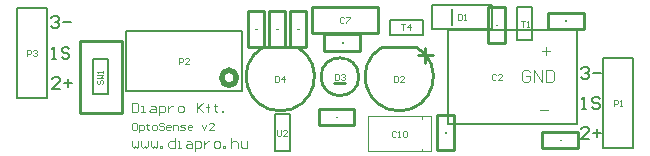
<source format=gto>
%FSTAX24Y24*%
%MOIN*%
G70*
G01*
G75*
G04 Layer_Color=65535*
%ADD10R,0.0374X0.0315*%
%ADD11R,0.0807X0.0886*%
%ADD12R,0.0492X0.0630*%
%ADD13R,0.0315X0.0374*%
%ADD14R,0.0472X0.0256*%
%ADD15R,0.0256X0.0472*%
%ADD16R,0.0630X0.0630*%
%ADD17O,0.0472X0.0217*%
%ADD18R,0.0472X0.0217*%
%ADD19C,0.0100*%
%ADD20C,0.0591*%
%ADD21R,0.0591X0.0591*%
%ADD22C,0.0472*%
%ADD23C,0.0551*%
%ADD24C,0.1575*%
%ADD25C,0.0709*%
%ADD26C,0.0320*%
%ADD27R,0.0630X0.0492*%
%ADD28O,0.0236X0.1204*%
%ADD29O,0.0236X0.1200*%
%ADD30R,0.0236X0.1200*%
%ADD31C,0.0197*%
%ADD32C,0.0079*%
%ADD33C,0.0080*%
%ADD34C,0.0039*%
%ADD35C,0.0004*%
D19*
X241659Y144943D02*
G03*
X242799Y144943I00057J-000987D01*
G01*
X24088Y143956D02*
G03*
X24088Y143956I-00063J0D01*
G01*
X237693Y144943D02*
G03*
X238833Y144943I00057J-000987D01*
G01*
X24519Y145089D02*
Y146271D01*
X245741D01*
Y145089D02*
Y146271D01*
X24519Y145089D02*
X245741D01*
X24285Y144676D02*
X24335D01*
X2431Y144426D02*
Y144926D01*
X241659Y144943D02*
X242799D01*
X240053Y143759D02*
X240427D01*
X237693Y144943D02*
X238833D01*
X247003Y142125D02*
X248184D01*
Y141574D02*
Y142125D01*
X247003Y141574D02*
X248184D01*
X247003D02*
Y142125D01*
X24719Y146092D02*
X248371D01*
Y145541D02*
Y146092D01*
X24719Y145541D02*
X248371D01*
X24719D02*
Y146092D01*
X239735Y14482D02*
X240917D01*
X239735D02*
Y145372D01*
X240917D01*
Y14482D02*
Y145372D01*
X243499Y141505D02*
Y142686D01*
X24405D01*
Y141505D02*
Y142686D01*
X243499Y141505D02*
X24405D01*
X239555Y142881D02*
X240737D01*
Y14233D02*
Y142881D01*
X239555Y14233D02*
X240737D01*
X239555D02*
Y142881D01*
X239316Y14628D02*
X24152D01*
Y145414D02*
Y14628D01*
X239316Y145414D02*
X24152D01*
X239316D02*
Y14628D01*
X232988Y142756D02*
Y145156D01*
X231588D02*
X232988D01*
X231588Y142756D02*
Y145156D01*
Y142756D02*
X232988D01*
X239126Y144959D02*
Y146141D01*
X238574Y144959D02*
X239126D01*
X238574D02*
Y146141D01*
X239126D01*
X237874Y144959D02*
X238426D01*
Y146141D01*
X237874D02*
X238426D01*
X237874Y144959D02*
Y146141D01*
X237726Y144959D02*
Y146141D01*
X237174Y144959D02*
X237726D01*
X237174D02*
Y146141D01*
X237726D01*
D31*
X236806Y14392D02*
G03*
X236806Y14392I-00025J0D01*
G01*
D32*
X249032Y141577D02*
X250032D01*
X249032D02*
Y144577D01*
X250032D01*
Y141577D02*
Y144577D01*
X230476Y143259D02*
Y146259D01*
X229476D02*
X230476D01*
X229476Y143259D02*
Y146259D01*
Y143259D02*
X230476D01*
X244Y145668D02*
Y14622D01*
X246156Y145175D02*
Y146277D01*
X246656Y145175D02*
Y146277D01*
X246156D02*
X246656D01*
X246156Y145175D02*
X246656D01*
X241904Y14586D02*
X243007D01*
X241904Y14536D02*
X243007D01*
Y14586D01*
X241904Y14536D02*
Y14586D01*
X238072Y141476D02*
Y142696D01*
X238572Y141476D02*
Y142696D01*
X238072D02*
X238572D01*
X238072Y141476D02*
X238572D01*
X230626Y145907D02*
X230691Y145973D01*
X230822D01*
X230888Y145907D01*
Y145841D01*
X230822Y145776D01*
X230757D01*
X230822D01*
X230888Y14571D01*
Y145645D01*
X230822Y145579D01*
X230691D01*
X230626Y145645D01*
X231019Y145776D02*
X231282D01*
X230646Y144549D02*
X230777D01*
X230711D01*
Y144943D01*
X230646Y144877D01*
X231236D02*
X23117Y144943D01*
X231039D01*
X230974Y144877D01*
Y144811D01*
X231039Y144746D01*
X23117D01*
X231236Y14468D01*
Y144615D01*
X23117Y144549D01*
X231039D01*
X230974Y144615D01*
X230918Y143549D02*
X230656D01*
X230918Y143811D01*
Y143877D01*
X230852Y143943D01*
X230721D01*
X230656Y143877D01*
X231049Y143746D02*
X231312D01*
X23118Y143877D02*
Y143615D01*
X248558Y141869D02*
X248296D01*
X248558Y142131D01*
Y142197D01*
X248492Y142263D01*
X248361D01*
X248296Y142197D01*
X248689Y142066D02*
X248952D01*
X24882Y142197D02*
Y141935D01*
X248316Y142889D02*
X248447D01*
X248381D01*
Y143283D01*
X248316Y143217D01*
X248906D02*
X24884Y143283D01*
X248709D01*
X248644Y143217D01*
Y143151D01*
X248709Y143086D01*
X24884D01*
X248906Y14302D01*
Y142955D01*
X24884Y142889D01*
X248709D01*
X248644Y142955D01*
X248296Y144207D02*
X248361Y144273D01*
X248492D01*
X248558Y144207D01*
Y144141D01*
X248492Y144076D01*
X248427D01*
X248492D01*
X248558Y14401D01*
Y143945D01*
X248492Y143879D01*
X248361D01*
X248296Y143945D01*
X248689Y144076D02*
X248952D01*
D33*
X24385Y145526D02*
X24815D01*
Y142376D02*
Y145526D01*
X24385Y142376D02*
X24815D01*
X24385D02*
Y145526D01*
X243305Y146344D02*
X245325D01*
Y145544D02*
Y146344D01*
X243305Y145544D02*
X245325D01*
X243305D02*
Y146344D01*
X233116Y14549D02*
X236976D01*
X233116Y14347D02*
Y14549D01*
Y14347D02*
X236976D01*
Y14549D01*
X232013Y143365D02*
Y143956D01*
Y143365D02*
X232524D01*
Y144546D01*
X232013D02*
X232524D01*
X232013Y143956D02*
Y144546D01*
D34*
X242999Y142556D02*
Y142647D01*
Y141466D02*
Y141556D01*
X241199Y142647D02*
X243299D01*
X241199Y141466D02*
X243299D01*
X241199D02*
Y142647D01*
X243299Y141466D02*
Y142647D01*
X249397Y142977D02*
Y143174D01*
X249496D01*
X249528Y143141D01*
Y143076D01*
X249496Y143043D01*
X249397D01*
X249594Y142977D02*
X24966D01*
X249627D01*
Y143174D01*
X249594Y143141D01*
X22981Y144657D02*
Y144854D01*
X229909D01*
X229942Y144821D01*
Y144755D01*
X229909Y144723D01*
X22981D01*
X230007Y144821D02*
X23004Y144854D01*
X230106D01*
X230138Y144821D01*
Y144788D01*
X230106Y144755D01*
X230073D01*
X230106D01*
X230138Y144723D01*
Y14469D01*
X230106Y144657D01*
X23004D01*
X230007Y14469D01*
X232202Y143831D02*
X232169Y143798D01*
Y143733D01*
X232202Y1437D01*
X232234D01*
X232267Y143733D01*
Y143798D01*
X2323Y143831D01*
X232333D01*
X232366Y143798D01*
Y143733D01*
X232333Y1437D01*
X232169Y143897D02*
X232366D01*
X2323Y143962D01*
X232366Y144028D01*
X232169D01*
X232366Y144094D02*
Y144159D01*
Y144126D01*
X232169D01*
X232202Y144094D01*
X23816Y142184D02*
Y14202D01*
X238192Y141987D01*
X238258D01*
X238291Y14202D01*
Y142184D01*
X238488Y141987D02*
X238356D01*
X238488Y142119D01*
Y142151D01*
X238455Y142184D01*
X238389D01*
X238356Y142151D01*
X242291Y145707D02*
X242422D01*
X242356D01*
Y145511D01*
X242586D02*
Y145707D01*
X242487Y145609D01*
X242619D01*
X246277Y145824D02*
X246409D01*
X246343D01*
Y145627D01*
X246474D02*
X24654D01*
X246507D01*
Y145824D01*
X246474Y145791D01*
X238103Y143987D02*
Y14379D01*
X238201D01*
X238234Y143823D01*
Y143954D01*
X238201Y143987D01*
X238103D01*
X238398Y14379D02*
Y143987D01*
X238299Y143888D01*
X238431D01*
X24009Y144057D02*
Y14386D01*
X240188D01*
X240221Y143893D01*
Y144024D01*
X240188Y144057D01*
X24009D01*
X240287Y144024D02*
X24032Y144057D01*
X240385D01*
X240418Y144024D01*
Y143991D01*
X240385Y143958D01*
X240352D01*
X240385D01*
X240418Y143926D01*
Y143893D01*
X240385Y14386D01*
X24032D01*
X240287Y143893D01*
X242069Y143987D02*
Y14379D01*
X242168D01*
X2422Y143823D01*
Y143954D01*
X242168Y143987D01*
X242069D01*
X242397Y14379D02*
X242266D01*
X242397Y143921D01*
Y143954D01*
X242364Y143987D01*
X242299D01*
X242266Y143954D01*
X24418Y146047D02*
Y14585D01*
X244278D01*
X244311Y145883D01*
Y146014D01*
X244278Y146047D01*
X24418D01*
X244377Y14585D02*
X244442D01*
X24441D01*
Y146047D01*
X244377Y146014D01*
X242131Y142124D02*
X242098Y142157D01*
X242033D01*
X242Y142124D01*
Y141993D01*
X242033Y14196D01*
X242098D01*
X242131Y141993D01*
X242197Y14196D02*
X242262D01*
X24223D01*
Y142157D01*
X242197Y142124D01*
X242361D02*
X242394Y142157D01*
X242459D01*
X242492Y142124D01*
Y141993D01*
X242459Y14196D01*
X242394D01*
X242361Y141993D01*
Y142124D01*
X240386Y145914D02*
X240353Y145947D01*
X240288D01*
X240255Y145914D01*
Y145783D01*
X240288Y14575D01*
X240353D01*
X240386Y145783D01*
X240452Y145947D02*
X240583D01*
Y145914D01*
X240452Y145783D01*
Y14575D01*
X245461Y144014D02*
X245428Y144047D01*
X245363D01*
X24533Y144014D01*
Y143883D01*
X245363Y14385D01*
X245428D01*
X245461Y143883D01*
X245658Y14385D02*
X245527D01*
X245658Y143981D01*
Y144014D01*
X245625Y144047D01*
X24556D01*
X245527Y144014D01*
X23488Y14438D02*
Y144577D01*
X234978D01*
X235011Y144544D01*
Y144478D01*
X234978Y144446D01*
X23488D01*
X235208Y14438D02*
X235077D01*
X235208Y144511D01*
Y144544D01*
X235175Y144577D01*
X23511D01*
X235077Y144544D01*
X233322Y14309D02*
Y142775D01*
X233479D01*
X233532Y142827D01*
Y143037D01*
X233479Y14309D01*
X233322D01*
X233637Y142775D02*
X233742D01*
X233689D01*
Y142985D01*
X233637D01*
X233952D02*
X234057D01*
X234109Y142932D01*
Y142775D01*
X233952D01*
X233899Y142827D01*
X233952Y14288D01*
X234109D01*
X234214Y14267D02*
Y142985D01*
X234372D01*
X234424Y142932D01*
Y142827D01*
X234372Y142775D01*
X234214D01*
X234529Y142985D02*
Y142775D01*
Y14288D01*
X234581Y142932D01*
X234634Y142985D01*
X234686D01*
X234896Y142775D02*
X235001D01*
X235054Y142827D01*
Y142932D01*
X235001Y142985D01*
X234896D01*
X234844Y142932D01*
Y142827D01*
X234896Y142775D01*
X235474Y14309D02*
Y142775D01*
Y14288D01*
X235683Y14309D01*
X235526Y142932D01*
X235683Y142775D01*
X235841D02*
Y143037D01*
Y142932D01*
X235788D01*
X235893D01*
X235841D01*
Y143037D01*
X235893Y14309D01*
X236103Y143037D02*
Y142985D01*
X236051D01*
X236156D01*
X236103D01*
Y142827D01*
X236156Y142775D01*
X236313D02*
Y142827D01*
X236366D01*
Y142775D01*
X236313D01*
X233322Y141804D02*
Y141646D01*
X233375Y141594D01*
X233427Y141646D01*
X233479Y141594D01*
X233532Y141646D01*
Y141804D01*
X233637D02*
Y141646D01*
X233689Y141594D01*
X233742Y141646D01*
X233794Y141594D01*
X233847Y141646D01*
Y141804D01*
X233952D02*
Y141646D01*
X234004Y141594D01*
X234057Y141646D01*
X234109Y141594D01*
X234162Y141646D01*
Y141804D01*
X234267Y141594D02*
Y141646D01*
X234319D01*
Y141594D01*
X234267D01*
X234739Y141909D02*
Y141594D01*
X234581D01*
X234529Y141646D01*
Y141751D01*
X234581Y141804D01*
X234739D01*
X234844Y141594D02*
X234949D01*
X234896D01*
Y141804D01*
X234844D01*
X235159D02*
X235264D01*
X235316Y141751D01*
Y141594D01*
X235159D01*
X235106Y141646D01*
X235159Y141699D01*
X235316D01*
X235421Y141489D02*
Y141804D01*
X235579D01*
X235631Y141751D01*
Y141646D01*
X235579Y141594D01*
X235421D01*
X235736Y141804D02*
Y141594D01*
Y141699D01*
X235788Y141751D01*
X235841Y141804D01*
X235893D01*
X236103Y141594D02*
X236208D01*
X236261Y141646D01*
Y141751D01*
X236208Y141804D01*
X236103D01*
X236051Y141751D01*
Y141646D01*
X236103Y141594D01*
X236366D02*
Y141646D01*
X236418D01*
Y141594D01*
X236366D01*
X236628Y141909D02*
Y141594D01*
Y141751D01*
X236681Y141804D01*
X236786D01*
X236838Y141751D01*
Y141594D01*
X236943Y141804D02*
Y141646D01*
X236995Y141594D01*
X237153D01*
Y141804D01*
X23344Y14242D02*
X233361D01*
X233322Y142381D01*
Y142224D01*
X233361Y142184D01*
X23344D01*
X233479Y142224D01*
Y142381D01*
X23344Y14242D01*
X233558Y142106D02*
Y142342D01*
X233676D01*
X233716Y142302D01*
Y142224D01*
X233676Y142184D01*
X233558D01*
X233834Y142381D02*
Y142342D01*
X233794D01*
X233873D01*
X233834D01*
Y142224D01*
X233873Y142184D01*
X23403D02*
X234109D01*
X234149Y142224D01*
Y142302D01*
X234109Y142342D01*
X23403D01*
X233991Y142302D01*
Y142224D01*
X23403Y142184D01*
X234385Y142381D02*
X234345Y14242D01*
X234267D01*
X234227Y142381D01*
Y142342D01*
X234267Y142302D01*
X234345D01*
X234385Y142263D01*
Y142224D01*
X234345Y142184D01*
X234267D01*
X234227Y142224D01*
X234581Y142184D02*
X234503D01*
X234463Y142224D01*
Y142302D01*
X234503Y142342D01*
X234581D01*
X234621Y142302D01*
Y142263D01*
X234463D01*
X2347Y142184D02*
Y142342D01*
X234818D01*
X234857Y142302D01*
Y142184D01*
X234936D02*
X235054D01*
X235093Y142224D01*
X235054Y142263D01*
X234975D01*
X234936Y142302D01*
X234975Y142342D01*
X235093D01*
X23529Y142184D02*
X235211D01*
X235172Y142224D01*
Y142302D01*
X235211Y142342D01*
X23529D01*
X235329Y142302D01*
Y142263D01*
X235172D01*
X235644Y142342D02*
X235723Y142184D01*
X235802Y142342D01*
X236038Y142184D02*
X23588D01*
X236038Y142342D01*
Y142381D01*
X235998Y14242D01*
X23592D01*
X23588Y142381D01*
X247116Y14496D02*
Y144693D01*
X247249Y144827D02*
X246983D01*
X246936Y14286D02*
X247203D01*
X246593Y144103D02*
X246526Y14417D01*
X246393D01*
X246326Y144103D01*
Y143837D01*
X246393Y14377D01*
X246526D01*
X246593Y143837D01*
Y14397D01*
X246459D01*
X246726Y14377D02*
Y14417D01*
X246992Y14377D01*
Y14417D01*
X247126D02*
Y14377D01*
X247326D01*
X247392Y143837D01*
Y144103D01*
X247326Y14417D01*
X247126D01*
D35*
X24545Y14567D02*
Y14569D01*
X24546D01*
X245463Y145686D01*
Y14568D01*
X24546Y145677D01*
X24545D01*
X245457D02*
X245463Y14567D01*
X24547Y145686D02*
X245473Y14569D01*
X24548D01*
X245483Y145686D01*
Y145683D01*
X24548Y14568D01*
X245476D01*
X24548D01*
X245483Y145677D01*
Y145673D01*
X24548Y14567D01*
X245473D01*
X24547Y145673D01*
X23883Y14554D02*
Y14556D01*
X23884D01*
X238843Y145556D01*
Y14555D01*
X23884Y145547D01*
X23883D01*
X238837D02*
X238843Y14554D01*
X23885D02*
X238856D01*
X238853D01*
Y14556D01*
X23885Y145556D01*
X238866D02*
X238869Y14556D01*
X238876D01*
X238879Y145556D01*
Y145553D01*
X238876Y14555D01*
X238879Y145547D01*
Y145543D01*
X238876Y14554D01*
X238869D01*
X238866Y145543D01*
Y145547D01*
X238869Y14555D01*
X238866Y145553D01*
Y145556D01*
X238869Y14555D02*
X238876D01*
X23743Y14554D02*
Y14556D01*
X23744D01*
X237443Y145556D01*
Y14555D01*
X23744Y145547D01*
X23743D01*
X237437D02*
X237443Y14554D01*
X23745D02*
X237456D01*
X237453D01*
Y14556D01*
X23745Y145556D01*
X237466Y14556D02*
X237479D01*
Y145556D01*
X237466Y145543D01*
Y14554D01*
X24012Y1426D02*
Y14262D01*
X24013D01*
X240133Y142616D01*
Y14261D01*
X24013Y142607D01*
X24012D01*
X240127D02*
X240133Y1426D01*
X24014D02*
X240146D01*
X240143D01*
Y14262D01*
X24014Y142616D01*
X240169Y14262D02*
X240163Y142616D01*
X240156Y14261D01*
Y142603D01*
X240159Y1426D01*
X240166D01*
X240169Y142603D01*
Y142607D01*
X240166Y14261D01*
X240156D01*
X24375Y14209D02*
Y14211D01*
X24376D01*
X243763Y142106D01*
Y1421D01*
X24376Y142097D01*
X24375D01*
X243757D02*
X243763Y14209D01*
X24377D02*
X243776D01*
X243773D01*
Y14211D01*
X24377Y142106D01*
X243786D02*
X243789Y14211D01*
X243796D01*
X243799Y142106D01*
Y142103D01*
X243796Y1421D01*
X243793D01*
X243796D01*
X243799Y142097D01*
Y142093D01*
X243796Y14209D01*
X243789D01*
X243786Y142093D01*
X24031Y14509D02*
Y14511D01*
X24032D01*
X240323Y145106D01*
Y1451D01*
X24032Y145097D01*
X24031D01*
X240317D02*
X240323Y14509D01*
X24033Y145106D02*
X240333Y14511D01*
X24034D01*
X240343Y145106D01*
Y145103D01*
X24034Y1451D01*
X240343Y145097D01*
Y145093D01*
X24034Y14509D01*
X240333D01*
X24033Y145093D01*
Y145097D01*
X240333Y1451D01*
X24033Y145103D01*
Y145106D01*
X240333Y1451D02*
X24034D01*
X24776Y14581D02*
Y14583D01*
X24777D01*
X247773Y145826D01*
Y14582D01*
X24777Y145817D01*
X24776D01*
X247767D02*
X247773Y14581D01*
X24779D02*
Y14583D01*
X24778Y14582D01*
X247793D01*
X24758Y14184D02*
Y14186D01*
X24759D01*
X247593Y141856D01*
Y14185D01*
X24759Y141847D01*
X24758D01*
X247587D02*
X247593Y14184D01*
X247613D02*
X2476D01*
X247613Y141853D01*
Y141856D01*
X24761Y14186D01*
X247603D01*
X2476Y141856D01*
X238143Y145556D02*
X23814Y14556D01*
X238133D01*
X23813Y145556D01*
Y145543D01*
X238133Y14554D01*
X23814D01*
X238143Y145543D01*
X23815Y14554D02*
X238156D01*
X238153D01*
Y14556D01*
X23815Y145556D01*
X238166Y14554D02*
X238173D01*
X238169D01*
Y14556D01*
X238166Y145556D01*
M02*

</source>
